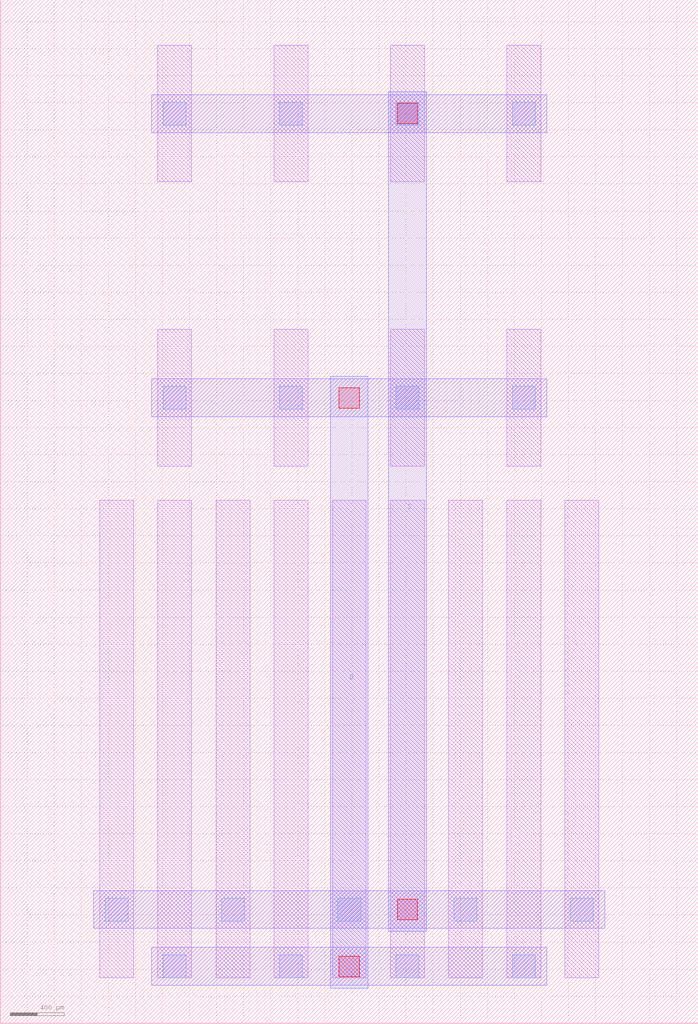
<source format=lef>
MACRO DCL_NMOS_S_47956387_X4_Y1
  UNITS 
    DATABASE MICRONS UNITS 1000;
  END UNITS 
  ORIGIN 0 0 ;
  FOREIGN DCL_NMOS_S_47956387_X4_Y1 0 0 ;
  SIZE 5160 BY 7560 ;
  PIN D
    DIRECTION INOUT ;
    USE SIGNAL ;
    PORT
      LAYER M3 ;
        RECT 2440 260 2720 4780 ;
    END
  END D
  PIN S
    DIRECTION INOUT ;
    USE SIGNAL ;
    PORT
      LAYER M3 ;
        RECT 2870 680 3150 6880 ;
    END
  END S
  OBS
    LAYER M1 ;
      RECT 1165 335 1415 3865 ;
    LAYER M1 ;
      RECT 1165 4115 1415 5125 ;
    LAYER M1 ;
      RECT 1165 6215 1415 7225 ;
    LAYER M1 ;
      RECT 735 335 985 3865 ;
    LAYER M1 ;
      RECT 1595 335 1845 3865 ;
    LAYER M1 ;
      RECT 2025 335 2275 3865 ;
    LAYER M1 ;
      RECT 2025 4115 2275 5125 ;
    LAYER M1 ;
      RECT 2025 6215 2275 7225 ;
    LAYER M1 ;
      RECT 2455 335 2705 3865 ;
    LAYER M1 ;
      RECT 2885 335 3135 3865 ;
    LAYER M1 ;
      RECT 2885 4115 3135 5125 ;
    LAYER M1 ;
      RECT 2885 6215 3135 7225 ;
    LAYER M1 ;
      RECT 3315 335 3565 3865 ;
    LAYER M1 ;
      RECT 3745 335 3995 3865 ;
    LAYER M1 ;
      RECT 3745 4115 3995 5125 ;
    LAYER M1 ;
      RECT 3745 6215 3995 7225 ;
    LAYER M1 ;
      RECT 4175 335 4425 3865 ;
    LAYER M2 ;
      RECT 1120 4480 4040 4760 ;
    LAYER M2 ;
      RECT 1120 280 4040 560 ;
    LAYER M2 ;
      RECT 690 700 4470 980 ;
    LAYER M2 ;
      RECT 1120 6580 4040 6860 ;
    LAYER V1 ;
      RECT 2925 335 3095 505 ;
    LAYER V1 ;
      RECT 2925 4535 3095 4705 ;
    LAYER V1 ;
      RECT 2925 6635 3095 6805 ;
    LAYER V1 ;
      RECT 3785 335 3955 505 ;
    LAYER V1 ;
      RECT 3785 4535 3955 4705 ;
    LAYER V1 ;
      RECT 3785 6635 3955 6805 ;
    LAYER V1 ;
      RECT 1205 335 1375 505 ;
    LAYER V1 ;
      RECT 1205 4535 1375 4705 ;
    LAYER V1 ;
      RECT 1205 6635 1375 6805 ;
    LAYER V1 ;
      RECT 2065 335 2235 505 ;
    LAYER V1 ;
      RECT 2065 4535 2235 4705 ;
    LAYER V1 ;
      RECT 2065 6635 2235 6805 ;
    LAYER V1 ;
      RECT 775 755 945 925 ;
    LAYER V1 ;
      RECT 1635 755 1805 925 ;
    LAYER V1 ;
      RECT 2495 755 2665 925 ;
    LAYER V1 ;
      RECT 3355 755 3525 925 ;
    LAYER V1 ;
      RECT 4215 755 4385 925 ;
    LAYER V2 ;
      RECT 2505 345 2655 495 ;
    LAYER V2 ;
      RECT 2505 4545 2655 4695 ;
    LAYER V2 ;
      RECT 2935 765 3085 915 ;
    LAYER V2 ;
      RECT 2935 6645 3085 6795 ;
  END
END DCL_NMOS_S_47956387_X4_Y1

</source>
